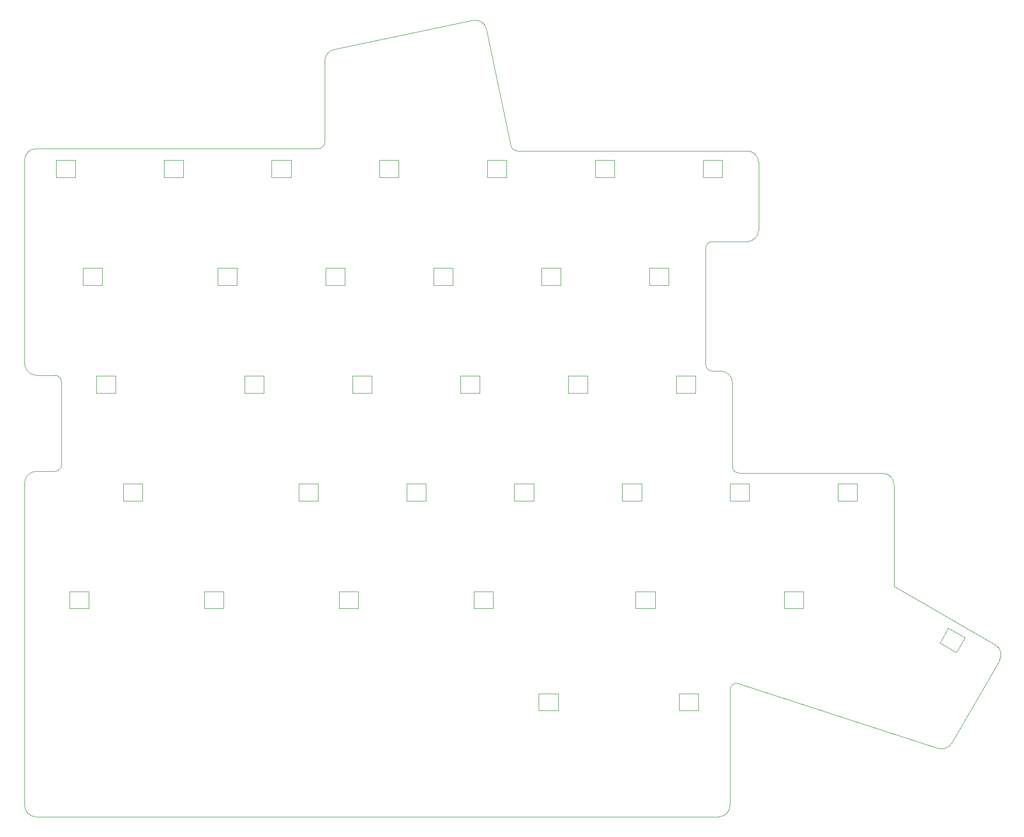
<source format=gbr>
%TF.GenerationSoftware,KiCad,Pcbnew,8.0.7*%
%TF.CreationDate,2025-08-07T21:50:34+02:00*%
%TF.ProjectId,pcb_keyboard_sx_rj11,7063625f-6b65-4796-926f-6172645f7378,rev?*%
%TF.SameCoordinates,Original*%
%TF.FileFunction,Profile,NP*%
%FSLAX46Y46*%
G04 Gerber Fmt 4.6, Leading zero omitted, Abs format (unit mm)*
G04 Created by KiCad (PCBNEW 8.0.7) date 2025-08-07 21:50:34*
%MOMM*%
%LPD*%
G01*
G04 APERTURE LIST*
%TA.AperFunction,Profile*%
%ADD10C,0.100000*%
%TD*%
%TA.AperFunction,Profile*%
%ADD11C,0.120000*%
%TD*%
G04 APERTURE END LIST*
D10*
X143708809Y-76623525D02*
X143708809Y-56131214D01*
X23482459Y-40531214D02*
G75*
G02*
X25472288Y-38531185I2000041J14D01*
G01*
X148408786Y-79831114D02*
X148408809Y-79831114D01*
X28782486Y-78531214D02*
G75*
G02*
X29982460Y-79739113I14J-1199986D01*
G01*
X153029800Y-52931214D02*
G75*
G02*
X151037269Y-54931186I-2000000J14D01*
G01*
X149553315Y-132993720D02*
X149553318Y-132993710D01*
X176908809Y-115835625D02*
X176908809Y-97831114D01*
X23482486Y-76531214D02*
X23482459Y-76531214D01*
X23482459Y-97531214D02*
X23482459Y-154531214D01*
X146408786Y-77831114D02*
X144908786Y-77831114D01*
X29982459Y-79739113D02*
X29982459Y-94331214D01*
X149553318Y-132993710D02*
X184777281Y-144438670D01*
X194835535Y-126185626D02*
X194835535Y-126185625D01*
X25482486Y-156531214D02*
X145982459Y-156531214D01*
X23482486Y-154531214D02*
X23482459Y-154531214D01*
X146408786Y-77831114D02*
G75*
G02*
X148408786Y-79831114I14J-1999986D01*
G01*
X174908786Y-95831114D02*
G75*
G02*
X176908786Y-97831114I14J-1999986D01*
G01*
X187127371Y-143536556D02*
X195567587Y-128917674D01*
X143708809Y-56131214D02*
G75*
G02*
X144908809Y-54931209I1199991J14D01*
G01*
X176908786Y-97831114D02*
X176908809Y-97831114D01*
X75282459Y-38531214D02*
X25472288Y-38531214D01*
X102623880Y-15859407D02*
G75*
G02*
X104993301Y-17404017I412420J-1956993D01*
G01*
X102623880Y-15859407D02*
X78070051Y-21033710D01*
X153029786Y-40931214D02*
X153029800Y-40931214D01*
X147982459Y-134135014D02*
G75*
G02*
X149553325Y-132993690I1200041J14D01*
G01*
X147982459Y-154531214D02*
X147982459Y-134135014D01*
X29982459Y-94331214D02*
G75*
G02*
X28782459Y-95531259I-1200059J14D01*
G01*
X28782459Y-95531214D02*
X25472288Y-95531214D01*
X147982459Y-154531214D02*
G75*
G02*
X145982459Y-156531259I-2000059J14D01*
G01*
X151029786Y-38931214D02*
G75*
G02*
X153029786Y-40931214I14J-1999986D01*
G01*
X76482459Y-37331214D02*
G75*
G02*
X75282459Y-38531259I-1200059J14D01*
G01*
X174908786Y-95831114D02*
X149608786Y-95831114D01*
X144908786Y-77831114D02*
G75*
G02*
X143708810Y-76623525I14J1200014D01*
G01*
X25482486Y-78531214D02*
G75*
G02*
X23482486Y-76531214I14J2000014D01*
G01*
X153029800Y-52931214D02*
X153029800Y-40931214D01*
X151029786Y-38931214D02*
X110503286Y-38931214D01*
X194835535Y-126185625D02*
X176908809Y-115835625D01*
X76482459Y-22990714D02*
X76482459Y-37331214D01*
X76482459Y-22990714D02*
G75*
G02*
X78070039Y-21033651I2000041J14D01*
G01*
X194835535Y-126185626D02*
G75*
G02*
X195567604Y-128917684I-1000035J-1732074D01*
G01*
X187127371Y-143536556D02*
G75*
G02*
X184777268Y-144438709I-1732071J999956D01*
G01*
X109329065Y-37978659D02*
X104993308Y-17404016D01*
X148408809Y-94623525D02*
X148408809Y-79831114D01*
X23482459Y-40531214D02*
X23482459Y-76531214D01*
X149608786Y-95831114D02*
G75*
G02*
X148408810Y-94623525I14J1200014D01*
G01*
X144908809Y-54931214D02*
X151037269Y-54931214D01*
X25482486Y-156531214D02*
G75*
G02*
X23482486Y-154531214I14J2000014D01*
G01*
X23482459Y-97531214D02*
G75*
G02*
X25472288Y-95531185I2000041J14D01*
G01*
X110503286Y-38931214D02*
G75*
G02*
X109329077Y-37978656I14J1200014D01*
G01*
X25482486Y-78531214D02*
X28782486Y-78531214D01*
D11*
%TO.C,LED9*%
X62324000Y-78658000D02*
X62324000Y-81658000D01*
X62324000Y-81658000D02*
X65724000Y-81658000D01*
X65724000Y-78658000D02*
X62324000Y-78658000D01*
X65724000Y-81658000D02*
X65724000Y-78658000D01*
%TO.C,LED21*%
X102785250Y-116748000D02*
X102785250Y-119748000D01*
X102785250Y-119748000D02*
X106185250Y-119748000D01*
X106185250Y-116748000D02*
X102785250Y-116748000D01*
X106185250Y-119748000D02*
X106185250Y-116748000D01*
%TO.C,LED35*%
X185033257Y-125796739D02*
X187977743Y-127496739D01*
X186533257Y-123198663D02*
X185033257Y-125796739D01*
X187977743Y-127496739D02*
X189477743Y-124898663D01*
X189477743Y-124898663D02*
X186533257Y-123198663D01*
%TO.C,LED8*%
X57564000Y-59618000D02*
X57564000Y-62618000D01*
X57564000Y-62618000D02*
X60964000Y-62618000D01*
X60964000Y-59618000D02*
X57564000Y-59618000D01*
X60964000Y-62618000D02*
X60964000Y-59618000D01*
%TO.C,LED30*%
X138484000Y-78658000D02*
X138484000Y-81658000D01*
X138484000Y-81658000D02*
X141884000Y-81658000D01*
X141884000Y-78658000D02*
X138484000Y-78658000D01*
X141884000Y-81658000D02*
X141884000Y-78658000D01*
%TO.C,LED31*%
X143244000Y-40578000D02*
X143244000Y-43578000D01*
X143244000Y-43578000D02*
X146644000Y-43578000D01*
X146644000Y-40578000D02*
X143244000Y-40578000D01*
X146644000Y-43578000D02*
X146644000Y-40578000D01*
%TO.C,LED3*%
X36147750Y-78668000D02*
X36147750Y-81668000D01*
X36147750Y-81668000D02*
X39547750Y-81668000D01*
X39547750Y-78668000D02*
X36147750Y-78668000D01*
X39547750Y-81668000D02*
X39547750Y-78668000D01*
%TO.C,LED14*%
X81364000Y-78658000D02*
X81364000Y-81658000D01*
X81364000Y-81658000D02*
X84764000Y-81658000D01*
X84764000Y-78658000D02*
X81364000Y-78658000D01*
X84764000Y-81658000D02*
X84764000Y-78658000D01*
%TO.C,LED12*%
X76604000Y-59618000D02*
X76604000Y-62618000D01*
X76604000Y-62618000D02*
X80004000Y-62618000D01*
X80004000Y-59618000D02*
X76604000Y-59618000D01*
X80004000Y-62618000D02*
X80004000Y-59618000D01*
%TO.C,LED10*%
X67084000Y-40578000D02*
X67084000Y-43578000D01*
X67084000Y-43578000D02*
X70484000Y-43578000D01*
X70484000Y-40578000D02*
X67084000Y-40578000D01*
X70484000Y-43578000D02*
X70484000Y-40578000D01*
%TO.C,LED7*%
X55185250Y-116748000D02*
X55185250Y-119748000D01*
X55185250Y-119748000D02*
X58585250Y-119748000D01*
X58585250Y-116748000D02*
X55185250Y-116748000D01*
X58585250Y-119748000D02*
X58585250Y-116748000D01*
%TO.C,LED20*%
X114249000Y-134763000D02*
X114249000Y-137763000D01*
X114249000Y-137763000D02*
X117649000Y-137763000D01*
X117649000Y-134763000D02*
X114249000Y-134763000D01*
X117649000Y-137763000D02*
X117649000Y-134763000D01*
%TO.C,LED28*%
X133724000Y-59618000D02*
X133724000Y-62618000D01*
X133724000Y-62618000D02*
X137124000Y-62618000D01*
X137124000Y-59618000D02*
X133724000Y-59618000D01*
X137124000Y-62618000D02*
X137124000Y-59618000D01*
%TO.C,LED11*%
X71849000Y-97718000D02*
X71849000Y-100718000D01*
X71849000Y-100718000D02*
X75249000Y-100718000D01*
X75249000Y-97718000D02*
X71849000Y-97718000D01*
X75249000Y-100718000D02*
X75249000Y-97718000D01*
%TO.C,LED2*%
X33764000Y-59618000D02*
X33764000Y-62618000D01*
X33764000Y-62618000D02*
X37164000Y-62618000D01*
X37164000Y-59618000D02*
X33764000Y-59618000D01*
X37164000Y-62618000D02*
X37164000Y-59618000D01*
%TO.C,LED18*%
X100404000Y-78658000D02*
X100404000Y-81658000D01*
X100404000Y-81658000D02*
X103804000Y-81658000D01*
X103804000Y-78658000D02*
X100404000Y-78658000D01*
X103804000Y-81658000D02*
X103804000Y-78658000D01*
%TO.C,LED4*%
X31385250Y-116748000D02*
X31385250Y-119748000D01*
X31385250Y-119748000D02*
X34785250Y-119748000D01*
X34785250Y-116748000D02*
X31385250Y-116748000D01*
X34785250Y-119748000D02*
X34785250Y-116748000D01*
%TO.C,LED19*%
X105164000Y-40578000D02*
X105164000Y-43578000D01*
X105164000Y-43578000D02*
X108564000Y-43578000D01*
X108564000Y-40578000D02*
X105164000Y-40578000D01*
X108564000Y-43578000D02*
X108564000Y-40578000D01*
%TO.C,LED32*%
X148009000Y-97718000D02*
X148009000Y-100718000D01*
X148009000Y-100718000D02*
X151409000Y-100718000D01*
X151409000Y-97718000D02*
X148009000Y-97718000D01*
X151409000Y-100718000D02*
X151409000Y-97718000D01*
%TO.C,LED13*%
X78985250Y-116748000D02*
X78985250Y-119748000D01*
X78985250Y-119748000D02*
X82385250Y-119748000D01*
X82385250Y-116748000D02*
X78985250Y-116748000D01*
X82385250Y-119748000D02*
X82385250Y-116748000D01*
%TO.C,LED25*%
X124204000Y-40578000D02*
X124204000Y-43578000D01*
X124204000Y-43578000D02*
X127604000Y-43578000D01*
X127604000Y-40578000D02*
X124204000Y-40578000D01*
X127604000Y-43578000D02*
X127604000Y-40578000D01*
%TO.C,LED15*%
X86124000Y-40578000D02*
X86124000Y-43578000D01*
X86124000Y-43578000D02*
X89524000Y-43578000D01*
X89524000Y-40578000D02*
X86124000Y-40578000D01*
X89524000Y-43578000D02*
X89524000Y-40578000D01*
%TO.C,LED27*%
X128969000Y-97718000D02*
X128969000Y-100718000D01*
X128969000Y-100718000D02*
X132369000Y-100718000D01*
X132369000Y-97718000D02*
X128969000Y-97718000D01*
X132369000Y-100718000D02*
X132369000Y-97718000D01*
%TO.C,LED6*%
X48044000Y-40578000D02*
X48044000Y-43578000D01*
X48044000Y-43578000D02*
X51444000Y-43578000D01*
X51444000Y-40578000D02*
X48044000Y-40578000D01*
X51444000Y-43578000D02*
X51444000Y-40578000D01*
%TO.C,LED26*%
X131345250Y-116748000D02*
X131345250Y-119748000D01*
X131345250Y-119748000D02*
X134745250Y-119748000D01*
X134745250Y-116748000D02*
X131345250Y-116748000D01*
X134745250Y-119748000D02*
X134745250Y-116748000D01*
%TO.C,LED5*%
X40910250Y-97718000D02*
X40910250Y-100718000D01*
X40910250Y-100718000D02*
X44310250Y-100718000D01*
X44310250Y-97718000D02*
X40910250Y-97718000D01*
X44310250Y-100718000D02*
X44310250Y-97718000D01*
%TO.C,LED33*%
X157524000Y-116748000D02*
X157524000Y-119748000D01*
X157524000Y-119748000D02*
X160924000Y-119748000D01*
X160924000Y-116748000D02*
X157524000Y-116748000D01*
X160924000Y-119748000D02*
X160924000Y-116748000D01*
%TO.C,LED23*%
X114684000Y-59618000D02*
X114684000Y-62618000D01*
X114684000Y-62618000D02*
X118084000Y-62618000D01*
X118084000Y-59618000D02*
X114684000Y-59618000D01*
X118084000Y-62618000D02*
X118084000Y-59618000D01*
%TO.C,LED24*%
X119444000Y-78658000D02*
X119444000Y-81658000D01*
X119444000Y-81658000D02*
X122844000Y-81658000D01*
X122844000Y-78658000D02*
X119444000Y-78658000D01*
X122844000Y-81658000D02*
X122844000Y-78658000D01*
%TO.C,LED16*%
X90889000Y-97718000D02*
X90889000Y-100718000D01*
X90889000Y-100718000D02*
X94289000Y-100718000D01*
X94289000Y-97718000D02*
X90889000Y-97718000D01*
X94289000Y-100718000D02*
X94289000Y-97718000D01*
%TO.C,LED29*%
X138999000Y-134763000D02*
X138999000Y-137763000D01*
X138999000Y-137763000D02*
X142399000Y-137763000D01*
X142399000Y-134763000D02*
X138999000Y-134763000D01*
X142399000Y-137763000D02*
X142399000Y-134763000D01*
%TO.C,LED34*%
X167049000Y-97718000D02*
X167049000Y-100718000D01*
X167049000Y-100718000D02*
X170449000Y-100718000D01*
X170449000Y-97718000D02*
X167049000Y-97718000D01*
X170449000Y-100718000D02*
X170449000Y-97718000D01*
%TO.C,LED1*%
X29004000Y-40578000D02*
X29004000Y-43578000D01*
X29004000Y-43578000D02*
X32404000Y-43578000D01*
X32404000Y-40578000D02*
X29004000Y-40578000D01*
X32404000Y-43578000D02*
X32404000Y-40578000D01*
%TO.C,LED22*%
X109929000Y-97718000D02*
X109929000Y-100718000D01*
X109929000Y-100718000D02*
X113329000Y-100718000D01*
X113329000Y-97718000D02*
X109929000Y-97718000D01*
X113329000Y-100718000D02*
X113329000Y-97718000D01*
%TO.C,LED17*%
X95644000Y-59618000D02*
X95644000Y-62618000D01*
X95644000Y-62618000D02*
X99044000Y-62618000D01*
X99044000Y-59618000D02*
X95644000Y-59618000D01*
X99044000Y-62618000D02*
X99044000Y-59618000D01*
%TD*%
M02*

</source>
